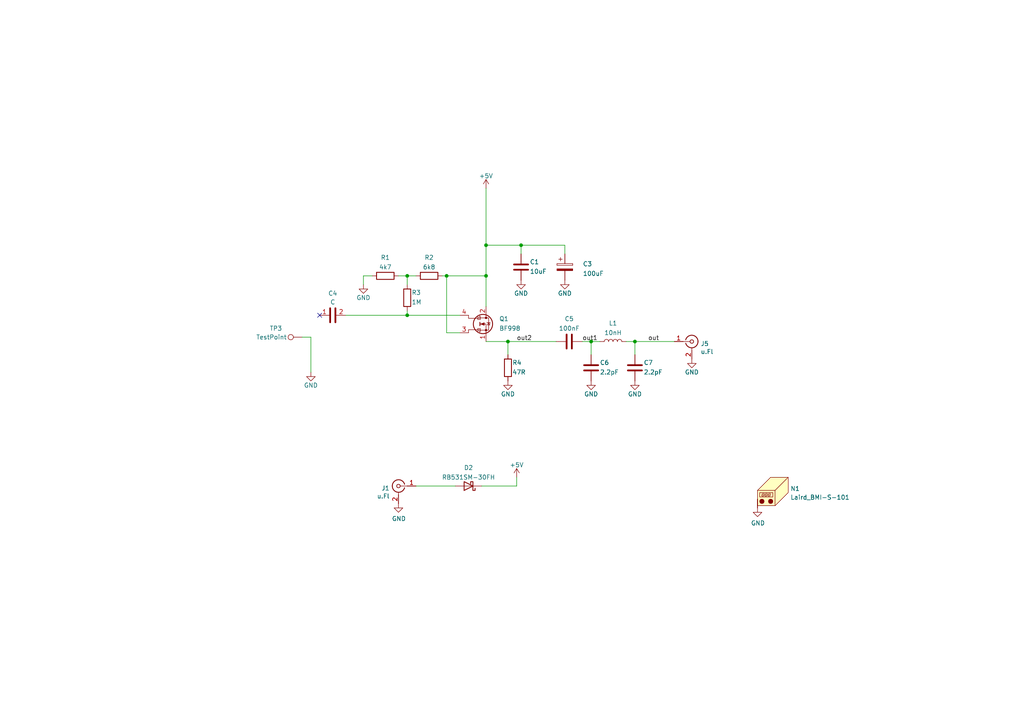
<source format=kicad_sch>
(kicad_sch (version 20211123) (generator eeschema)
  (paper "A4")
  (lib_symbols
    (symbol "BF998:BF998" (pin_names hide)
      (property "Reference" "Q" (at 5.08 1.905 0))
      (property "Value" "BF998" (at 5.08 0 0))
      (symbol "BF998_0_1"
        (polyline (pts (xy 0.254 -2.032) (xy 0.254 -1.27)) (stroke (width 0.254)))
        (polyline (pts (xy 0.254 2.032) (xy 0.254 1.27)) (stroke (width 0.254)))
        (polyline (pts (xy 0.762 -1.27) (xy 0.762 -2.286)) (stroke (width 0.254)))
        (polyline (pts (xy 0.762 0.508) (xy 0.762 -0.508)) (stroke (width 0.254)))
        (polyline (pts (xy 0.762 2.286) (xy 0.762 1.27)) (stroke (width 0.254)))
        (polyline (pts (xy 2.54 2.54) (xy 2.54 1.778)))
        (polyline (pts (xy 0.254 -1.651) (xy -2.54 -1.651) (xy -2.54 -2.54)))
        (polyline (pts (xy 0.254 1.651) (xy -2.54 1.651) (xy -2.54 2.54)))
        (polyline (pts (xy 2.54 -2.54) (xy 2.54 0) (xy 0.762 0)))
        (polyline (pts (xy 0.762 -1.778) (xy 3.302 -1.778) (xy 3.302 1.778) (xy 0.762 1.778)))
        (polyline (pts (xy 1.016 0) (xy 2.032 0.381) (xy 2.032 -0.381) (xy 1.016 0)) (fill (type outline)))
        (polyline (pts (xy 2.794 0.508) (xy 2.921 0.381) (xy 3.683 0.381) (xy 3.81 0.254)))
        (polyline (pts (xy 3.302 0.381) (xy 2.921 -0.254) (xy 3.683 -0.254) (xy 3.302 0.381)))
        (circle (center 1.651 0) (radius 2.794) (stroke (width 0.254)))
        (circle (center 2.54 -1.778) (radius 0.254) (fill (type outline)))
        (circle (center 2.54 1.778) (radius 0.254) (fill (type outline)))
      )
      (symbol "BF998_1_1"
        (pin passive line (at 2.54 -5.08 90) (length 2.54) (name "S") (number "1"))
        (pin passive line (at 2.54 5.08 270) (length 2.54) (name "D") (number "2"))
        (pin passive line (at -5.08 -2.54 0) (length 2.54) (name "G2") (number "3"))
        (pin passive line (at -5.08 2.54 0) (length 2.54) (name "G1") (number "4"))
      )
    )
    (symbol "C_1" (pin_names (offset 0.254))
      (property "Reference" "C" (at 0.635 2.54 0))
      (property "Value" "C_1" (at 0.635 -2.54 0))
      (symbol "C_1_0_1"
        (polyline (pts (xy -2.032 -0.762) (xy 2.032 -0.762)) (stroke (width 0.508)))
        (polyline (pts (xy -2.032 0.762) (xy 2.032 0.762)) (stroke (width 0.508)))
      )
      (symbol "C_1_1_1"
        (pin passive line (at 0 3.81 270) (length 2.794) (name "~") (number "1"))
        (pin passive line (at 0 -3.81 90) (length 2.794) (name "~") (number "2"))
      )
    )
    (symbol "Connector:Conn_Coaxial" (pin_names (offset 1.016) hide)
      (property "Reference" "J" (at 0.254 3.048 0))
      (property "Value" "Conn_Coaxial" (at 2.921 0 90))
      (symbol "Conn_Coaxial_0_1"
        (arc (start -1.778 -0.508) (mid 0.222 -1.808) (end 1.778 0) (stroke (width 0.254)))
        (polyline (pts (xy -2.54 0) (xy -0.508 0)))
        (polyline (pts (xy 0 -2.54) (xy 0 -1.778)))
        (circle (center 0 0) (radius 0.508) (stroke (width 0.2032)))
        (arc (start 1.778 0) (mid 0.222 1.8083) (end -1.778 0.508) (stroke (width 0.254)))
      )
      (symbol "Conn_Coaxial_1_1"
        (pin passive line (at -5.08 0 0) (length 2.54) (name "In") (number "1"))
        (pin passive line (at 0 -5.08 90) (length 2.54) (name "Ext") (number "2"))
      )
    )
    (symbol "Connector:TestPoint" (pin_numbers hide) (pin_names (offset 0.762) hide)
      (property "Reference" "TP" (at 0 6.858 0))
      (property "Value" "TestPoint" (at 0 5.08 0))
      (symbol "TestPoint_0_1"
        (circle (center 0 3.302) (radius 0.762))
      )
      (symbol "TestPoint_1_1"
        (pin passive line (at 0 0 90) (length 2.54) (name "1") (number "1"))
      )
    )
    (symbol "Device:C" (pin_numbers hide) (pin_names (offset 0.254))
      (property "Reference" "C" (at 0.635 2.54 0))
      (property "Value" "C" (at 0.635 -2.54 0))
      (symbol "C_0_1"
        (polyline (pts (xy -2.032 -0.762) (xy 2.032 -0.762)) (stroke (width 0.508)))
        (polyline (pts (xy -2.032 0.762) (xy 2.032 0.762)) (stroke (width 0.508)))
      )
      (symbol "C_1_1"
        (pin passive line (at 0 3.81 270) (length 2.794) (name "~") (number "1"))
        (pin passive line (at 0 -3.81 90) (length 2.794) (name "~") (number "2"))
      )
    )
    (symbol "Device:C_Polarized" (pin_numbers hide) (pin_names (offset 0.254))
      (property "Reference" "C" (at 0.635 2.54 0))
      (property "Value" "C_Polarized" (at 0.635 -2.54 0))
      (symbol "C_Polarized_0_1"
        (rectangle (start -2.286 0.508) (end 2.286 1.016))
        (polyline (pts (xy -1.778 2.286) (xy -0.762 2.286)))
        (polyline (pts (xy -1.27 2.794) (xy -1.27 1.778)))
        (rectangle (start 2.286 -0.508) (end -2.286 -1.016) (fill (type outline)))
      )
      (symbol "C_Polarized_1_1"
        (pin passive line (at 0 3.81 270) (length 2.794) (name "~") (number "1"))
        (pin passive line (at 0 -3.81 90) (length 2.794) (name "~") (number "2"))
      )
    )
    (symbol "Device:D_Schottky" (pin_numbers hide) (pin_names (offset 1.016) hide)
      (property "Reference" "D" (at 0 2.54 0))
      (property "Value" "D_Schottky" (at 0 -2.54 0))
      (symbol "D_Schottky_0_1"
        (polyline (pts (xy 1.27 0) (xy -1.27 0)))
        (polyline (pts (xy 1.27 1.27) (xy 1.27 -1.27) (xy -1.27 0) (xy 1.27 1.27)) (stroke (width 0.254)))
        (polyline (pts (xy -1.905 0.635) (xy -1.905 1.27) (xy -1.27 1.27) (xy -1.27 -1.27) (xy -0.635 -1.27) (xy -0.635 -0.635)) (stroke (width 0.254)))
      )
      (symbol "D_Schottky_1_1"
        (pin passive line (at -3.81 0 0) (length 2.54) (name "K") (number "1"))
        (pin passive line (at 3.81 0 180) (length 2.54) (name "A") (number "2"))
      )
    )
    (symbol "Device:L" (pin_numbers hide) (pin_names (offset 1.016) hide)
      (property "Reference" "L" (at -1.27 0 90))
      (property "Value" "L" (at 1.905 0 90))
      (symbol "L_0_1"
        (arc (start 0 -2.54) (mid 0.635 -1.905) (end 0 -1.27))
        (arc (start 0 -1.27) (mid 0.635 -0.635) (end 0 0))
        (arc (start 0 0) (mid 0.635 0.635) (end 0 1.27))
        (arc (start 0 1.27) (mid 0.635 1.905) (end 0 2.54))
      )
      (symbol "L_1_1"
        (pin passive line (at 0 3.81 270) (length 1.27) (name "1") (number "1"))
        (pin passive line (at 0 -3.81 90) (length 1.27) (name "2") (number "2"))
      )
    )
    (symbol "Device:R" (pin_numbers hide) (pin_names (offset 0))
      (property "Reference" "R" (at 2.032 0 90))
      (property "Value" "R" (at 0 0 90))
      (symbol "R_0_1"
        (rectangle (start -1.016 -2.54) (end 1.016 2.54) (stroke (width 0.254)))
      )
      (symbol "R_1_1"
        (pin passive line (at 0 3.81 270) (length 1.27) (name "~") (number "1"))
        (pin passive line (at 0 -3.81 90) (length 1.27) (name "~") (number "2"))
      )
    )
    (symbol "Mechanical:Housing_Pad" (pin_numbers hide) (pin_names (offset 1.016) hide)
      (property "Reference" "N" (at 4.445 0 0))
      (property "Value" "Housing_Pad" (at 4.445 -1.905 0))
      (symbol "Housing_Pad_0_1"
        (rectangle (start -4.445 -0.635) (end -0.635 -1.905))
        (circle (center -3.81 -3.175) (radius 0.635) (fill (type outline)))
        (circle (center -1.27 -3.175) (radius 0.635) (fill (type outline)))
        (polyline (pts (xy -3.8862 -1.5748) (xy -3.8354 -1.3716)))
        (polyline (pts (xy -3.7846 -1.6764) (xy -3.429 -1.6764)))
        (polyline (pts (xy -3.7846 -1.2192) (xy -3.7338 -0.9652)))
        (polyline (pts (xy -3.683 -1.3208) (xy -3.3782 -1.3208)))
        (polyline (pts (xy -3.5814 -0.9144) (xy -3.2766 -0.9144)))
        (polyline (pts (xy -3.2766 -1.6256) (xy -3.2258 -1.3716)))
        (polyline (pts (xy -3.175 -1.2192) (xy -3.1242 -0.9652)))
        (polyline (pts (xy -2.9718 -1.5748) (xy -2.921 -1.3716)))
        (polyline (pts (xy -2.8702 -1.6764) (xy -2.5146 -1.6764)))
        (polyline (pts (xy -2.8702 -1.2192) (xy -2.8194 -0.9652)))
        (polyline (pts (xy -2.7686 -1.3208) (xy -2.4638 -1.3208)))
        (polyline (pts (xy -2.667 -0.9144) (xy -2.3622 -0.9144)))
        (polyline (pts (xy -2.3622 -1.6256) (xy -2.3114 -1.3716)))
        (polyline (pts (xy -2.2606 -1.2192) (xy -2.2098 -0.9652)))
        (polyline (pts (xy -2.0574 -1.5748) (xy -2.0066 -1.3716)))
        (polyline (pts (xy -1.9558 -1.6764) (xy -1.6002 -1.6764)))
        (polyline (pts (xy -1.9558 -1.2192) (xy -1.905 -0.9652)))
        (polyline (pts (xy -1.8542 -1.3208) (xy -1.5494 -1.3208)))
        (polyline (pts (xy -1.7526 -0.9144) (xy -1.4478 -0.9144)))
        (polyline (pts (xy -1.4478 -1.6256) (xy -1.397 -1.3716)))
        (polyline (pts (xy -1.3462 -1.2192) (xy -1.2954 -0.9652)))
        (polyline (pts (xy 0 0) (xy 0 -4.445)))
        (polyline (pts (xy -5.08 0) (xy 0 0) (xy 3.81 3.81)))
        (polyline (pts (xy -5.08 0) (xy -5.08 -4.445) (xy 0 -4.445) (xy 3.81 -0.635) (xy 3.81 3.81) (xy -1.27 3.81) (xy -5.08 0)) (fill (type background)))
      )
      (symbol "Housing_Pad_1_1"
        (pin input line (at -5.08 -5.08 90) (length 2.54) (name "PAD") (number "1"))
      )
    )
    (symbol "power:+5V" (power) (pin_names (offset 0))
      (property "Value" "+5V" (at 0 3.556 0))
      (symbol "+5V_0_1"
        (polyline (pts (xy -0.762 1.27) (xy 0 2.54)))
        (polyline (pts (xy 0 0) (xy 0 2.54)))
        (polyline (pts (xy 0 2.54) (xy 0.762 1.27)))
      )
      (symbol "+5V_1_1"
        (pin power_in line (at 0 0 90) (length 0) hide (name "+5V") (number "1"))
      )
    )
    (symbol "power:GND" (power) (pin_names (offset 0))
      (property "Value" "GND" (at 0 -3.81 0))
      (symbol "GND_0_1"
        (polyline (pts (xy 0 0) (xy 0 -1.27) (xy 1.27 -1.27) (xy 0 -2.54) (xy -1.27 -1.27) (xy 0 -1.27)))
      )
      (symbol "GND_1_1"
        (pin power_in line (at 0 0 270) (length 0) hide (name "GND") (number "1"))
      )
    )
  )
  (junction (at 118.11 91.44))
  (junction (at 147.32 99.06))
  (junction (at 140.97 71.12))
  (junction (at 140.97 80.01))
  (junction (at 171.45 99.06))
  (junction (at 151.13 71.12))
  (junction (at 118.11 80.01))
  (junction (at 184.15 99.06))
  (junction (at 129.54 80.01))
  (no_connect (at 92.71 91.44))
  (wire (pts (xy 184.15 99.06) (xy 195.58 99.06)))
  (wire (pts (xy 129.54 80.01) (xy 129.54 96.52)))
  (wire (pts (xy 151.13 71.12) (xy 163.83 71.12)))
  (wire (pts (xy 118.11 91.44) (xy 118.11 90.17)))
  (wire (pts (xy 118.11 80.01) (xy 120.65 80.01)))
  (wire (pts (xy 181.61 99.06) (xy 184.15 99.06)))
  (wire (pts (xy 140.97 99.06) (xy 147.32 99.06)))
  (wire (pts (xy 107.95 80.01) (xy 105.41 80.01)))
  (wire (pts (xy 139.7 140.97) (xy 149.86 140.97)))
  (wire (pts (xy 151.13 71.12) (xy 151.13 73.66)))
  (wire (pts (xy 140.97 54.61) (xy 140.97 71.12)))
  (wire (pts (xy 140.97 71.12) (xy 140.97 80.01)))
  (wire (pts (xy 118.11 80.01) (xy 118.11 82.55)))
  (wire (pts (xy 171.45 99.06) (xy 173.99 99.06)))
  (wire (pts (xy 171.45 99.06) (xy 171.45 102.87)))
  (wire (pts (xy 163.83 73.66) (xy 163.83 71.12)))
  (wire (pts (xy 133.35 96.52) (xy 129.54 96.52)))
  (wire (pts (xy 90.17 97.79) (xy 90.17 107.95)))
  (wire (pts (xy 120.65 140.97) (xy 132.08 140.97)))
  (wire (pts (xy 115.57 80.01) (xy 118.11 80.01)))
  (wire (pts (xy 128.27 80.01) (xy 129.54 80.01)))
  (wire (pts (xy 100.33 91.44) (xy 118.11 91.44)))
  (wire (pts (xy 105.41 80.01) (xy 105.41 82.55)))
  (wire (pts (xy 133.35 91.44) (xy 118.11 91.44)))
  (wire (pts (xy 184.15 99.06) (xy 184.15 102.87)))
  (wire (pts (xy 140.97 80.01) (xy 140.97 88.9)))
  (wire (pts (xy 87.63 97.79) (xy 90.17 97.79)))
  (wire (pts (xy 147.32 99.06) (xy 161.29 99.06)))
  (wire (pts (xy 140.97 71.12) (xy 151.13 71.12)))
  (wire (pts (xy 129.54 80.01) (xy 140.97 80.01)))
  (wire (pts (xy 149.86 140.97) (xy 149.86 138.43)))
  (wire (pts (xy 147.32 99.06) (xy 147.32 102.87)))
  (wire (pts (xy 168.91 99.06) (xy 171.45 99.06)))
  (label "out1" (at 168.91 99.06 0))
  (label "out2" (at 149.86 99.06 0))
  (label "out" (at 187.96 99.06 0))
  (symbol (lib_id "power:+5V") (at 140.97 54.61 0) (unit 1)
    (property "Reference" "#PWR0112" (effects hide))
    (property "Value" "+5V" (at 140.97 51.0342 0))
  )
  (symbol (lib_id "power:GND") (at 163.83 81.28 0) (unit 1)
    (property "Reference" "#PWR0103" (effects hide))
    (property "Value" "GND" (at 163.83 85.09 0))
  )
  (symbol (lib_id "BF998:BF998") (at 138.43 93.98 0) (unit 1)
    (property "Reference" "Q1" (at 144.78 92.4749 0) (effects (justify left)))
    (property "Value" "BF998" (at 144.78 95.25 0) (effects (justify left)))
    (property "Footprint" "FETProbe:SOT-143_mod" (effects hide))
    (property "LCSC" "C108141" (effects hide))
  )
  (symbol (lib_id "Device:C") (at 171.45 106.68 180) (unit 1)
    (property "Reference" "C6" (at 173.99 105.1749 0) (effects (justify right)))
    (property "Value" "2.2pF" (at 173.99 107.95 0) (effects (justify right)))
    (property "Footprint" "Capacitor_SMD:C_0402_1005Metric" (effects hide))
    (property "dielectric" "NP0" (effects hide))
    (property "LCSC" "C437438" (effects hide))
  )
  (symbol (lib_id "Device:C") (at 165.1 99.06 90) (unit 1)
    (property "Reference" "C5" (at 165.1 92.4749 90))
    (property "Value" "100nF" (at 165.1 95.25 90))
    (property "Footprint" "Capacitor_SMD:C_1206_3216Metric" (effects hide))
    (property "dielectric" "NP0" (effects hide))
    (property "LCSC" "C97946" (effects hide))
  )
  (symbol (lib_id "power:GND") (at 200.66 104.14 0) (unit 1)
    (property "Reference" "#PWR0107" (effects hide))
    (property "Value" "GND" (at 200.66 107.95 0))
  )
  (symbol (lib_id "Connector:TestPoint") (at 87.63 97.79 90) (unit 1) (in_bom no)
    (property "Reference" "TP3" (at 80.01 95.25 90))
    (property "Value" "TestPoint" (at 78.74 97.79 90))
    (property "Footprint" "TestPoint:TestPoint_THTPad_D2.0mm_Drill1.0mm" (effects hide))
  )
  (symbol (lib_id "power:GND") (at 219.71 147.32 0) (unit 1)
    (property "Reference" "#PWR02" (effects hide))
    (property "Value" "GND" (at 219.837 151.7142 0))
  )
  (symbol (lib_id "Device:C_Polarized") (at 163.83 77.47 0) (unit 1)
    (property "Reference" "C3" (at 169.037 76.5615 0) (effects (justify left)))
    (property "Value" "100uF" (at 169.037 79.3366 0) (effects (justify left)))
    (property "Footprint" "Capacitor_Tantalum_SMD:CP_EIA-3216-18_Kemet-A" (effects hide))
    (property "voltage" "6V3" (effects hide))
    (property "LCSC" "C122251" (effects hide))
  )
  (symbol (lib_id "Connector:Conn_Coaxial") (at 115.57 140.97 0) (mirror y) (unit 1)
    (property "Reference" "J1" (at 113.03 141.605 0) (effects (justify left)))
    (property "Value" "u.Fl" (at 113.03 143.9164 0) (effects (justify left)))
    (property "Footprint" "Connector_Coaxial:U.FL_Molex_MCRF_73412-0110_Vertical" (effects hide))
    (property "Datasheet" " ~" (effects hide))
    (property "LCSC" "C88374" (effects hide))
  )
  (symbol (lib_id "power:GND") (at 90.17 107.95 0) (unit 1)
    (property "Reference" "#PWR0113" (effects hide))
    (property "Value" "GND" (at 90.17 111.76 0))
  )
  (symbol (lib_id "Device:D_Schottky") (at 135.89 140.97 180) (unit 1)
    (property "Reference" "D2" (at 135.89 135.6549 0))
    (property "Value" "RB531SM-30FH" (at 135.89 138.43 0))
    (property "Footprint" "Diode_SMD:D_SOD-523" (effects hide))
    (property "comment" "just about any schottky will do" (effects hide))
    (property "LCSC" "C50676" (effects hide))
  )
  (symbol (lib_id "Device:R") (at 147.32 106.68 0) (unit 1)
    (property "Reference" "R4" (at 148.59 105.1749 0) (effects (justify left)))
    (property "Value" "47R" (at 148.59 107.95 0) (effects (justify left)))
    (property "Footprint" "Resistor_SMD:R_0402_1005Metric" (effects hide))
    (property "comment" "general purpose" (effects hide))
    (property "dielectric" "1%" (effects hide))
    (property "LCSC" "C25118" (effects hide))
  )
  (symbol (lib_name "C_1") (lib_id "Device:C") (at 96.52 91.44 90) (unit 1) (in_bom no)
    (property "Reference" "C4" (at 96.52 85.09 90))
    (property "Value" "C" (at 96.52 87.63 90))
    (property "Footprint" "FETProbe:input_cap" (effects hide))
  )
  (symbol (lib_id "power:GND") (at 171.45 110.49 0) (unit 1)
    (property "Reference" "#PWR0105" (effects hide))
    (property "Value" "GND" (at 171.45 114.3 0))
  )
  (symbol (lib_id "Device:L") (at 177.8 99.06 90) (unit 1)
    (property "Reference" "L1" (at 177.8 93.7449 90))
    (property "Value" "10nH" (at 177.8 96.52 90))
    (property "Footprint" "Inductor_SMD:L_0402_1005Metric" (effects hide))
    (property "LCSC" "C382409" (effects hide))
  )
  (symbol (lib_id "power:+5V") (at 149.86 138.43 0) (unit 1)
    (property "Reference" "#PWR0115" (effects hide))
    (property "Value" "+5V" (at 149.86 134.8542 0))
  )
  (symbol (lib_id "Mechanical:Housing_Pad") (at 224.79 142.24 0) (unit 1)
    (property "Reference" "N1" (at 229.235 141.7228 0) (effects (justify left)))
    (property "Value" "Laird_BMI-S-101" (at 229.235 144.2597 0) (effects (justify left)))
    (property "Footprint" "RF_Shielding:Laird_Technologies_BMI-S-101_13.66x12.70mm" (effects hide))
    (property "comment" "remove one sidewall" (effects hide))
  )
  (symbol (lib_id "Device:R") (at 124.46 80.01 90) (unit 1)
    (property "Reference" "R2" (at 124.46 74.6949 90))
    (property "Value" "6k8" (at 124.46 77.47 90))
    (property "Footprint" "Resistor_SMD:R_0402_1005Metric" (effects hide))
    (property "comment" "general purpose" (effects hide))
    (property "dielectric" "1%" (effects hide))
    (property "LCSC" "C25917" (effects hide))
  )
  (symbol (lib_id "Connector:Conn_Coaxial") (at 200.66 99.06 0) (unit 1)
    (property "Reference" "J5" (at 203.2 99.695 0) (effects (justify left)))
    (property "Value" "u.Fl" (at 203.2 102.0064 0) (effects (justify left)))
    (property "Footprint" "Connector_Coaxial:U.FL_Molex_MCRF_73412-0110_Vertical" (effects hide))
    (property "Datasheet" " ~" (effects hide))
    (property "LCSC" "C88374" (effects hide))
  )
  (symbol (lib_id "power:GND") (at 151.13 81.28 0) (unit 1)
    (property "Reference" "#PWR0101" (effects hide))
    (property "Value" "GND" (at 151.13 85.09 0))
  )
  (symbol (lib_id "Device:R") (at 111.76 80.01 90) (unit 1)
    (property "Reference" "R1" (at 111.76 74.6949 90))
    (property "Value" "4k7" (at 111.76 77.47 90))
    (property "Footprint" "Resistor_SMD:R_0402_1005Metric" (effects hide))
    (property "comment" "general purpose" (effects hide))
    (property "dielectric" "1%" (effects hide))
    (property "LCSC" "C25900" (effects hide))
  )
  (symbol (lib_id "power:GND") (at 105.41 82.55 0) (unit 1)
    (property "Reference" "#PWR0114" (effects hide))
    (property "Value" "GND" (at 105.41 86.36 0))
  )
  (symbol (lib_id "Device:C") (at 151.13 77.47 180) (unit 1)
    (property "Reference" "C1" (at 153.67 75.9649 0) (effects (justify right)))
    (property "Value" "10uF" (at 153.67 78.74 0) (effects (justify right)))
    (property "Footprint" "Capacitor_SMD:C_0402_1005Metric" (effects hide))
    (property "voltage" "10V" (effects hide))
    (property "LCSC" "C15525" (effects hide))
  )
  (symbol (lib_id "power:GND") (at 184.15 110.49 0) (unit 1)
    (property "Reference" "#PWR0106" (effects hide))
    (property "Value" "GND" (at 184.15 114.3 0))
  )
  (symbol (lib_id "Device:C") (at 184.15 106.68 180) (unit 1)
    (property "Reference" "C7" (at 186.69 105.1749 0) (effects (justify right)))
    (property "Value" "2.2pF" (at 186.69 107.95 0) (effects (justify right)))
    (property "Footprint" "Capacitor_SMD:C_0402_1005Metric" (effects hide))
    (property "dielectric" "NP0" (effects hide))
    (property "LCSC" "C437438" (effects hide))
  )
  (symbol (lib_id "power:GND") (at 115.57 146.05 0) (unit 1)
    (property "Reference" "#PWR01" (effects hide))
    (property "Value" "GND" (at 115.697 150.4442 0))
  )
  (symbol (lib_id "Device:R") (at 118.11 86.36 0) (unit 1)
    (property "Reference" "R3" (at 119.38 84.8549 0) (effects (justify left)))
    (property "Value" "1M" (at 119.38 87.63 0) (effects (justify left)))
    (property "Footprint" "Resistor_SMD:R_0402_1005Metric" (effects hide))
    (property "comment" "general purpose" (effects hide))
    (property "dielectric" "1%" (effects hide))
    (property "LCSC" "C26083" (effects hide))
  )
  (symbol (lib_id "power:GND") (at 147.32 110.49 0) (unit 1)
    (property "Reference" "#PWR0104" (effects hide))
    (property "Value" "GND" (at 147.32 114.3 0))
  )
)
</source>
